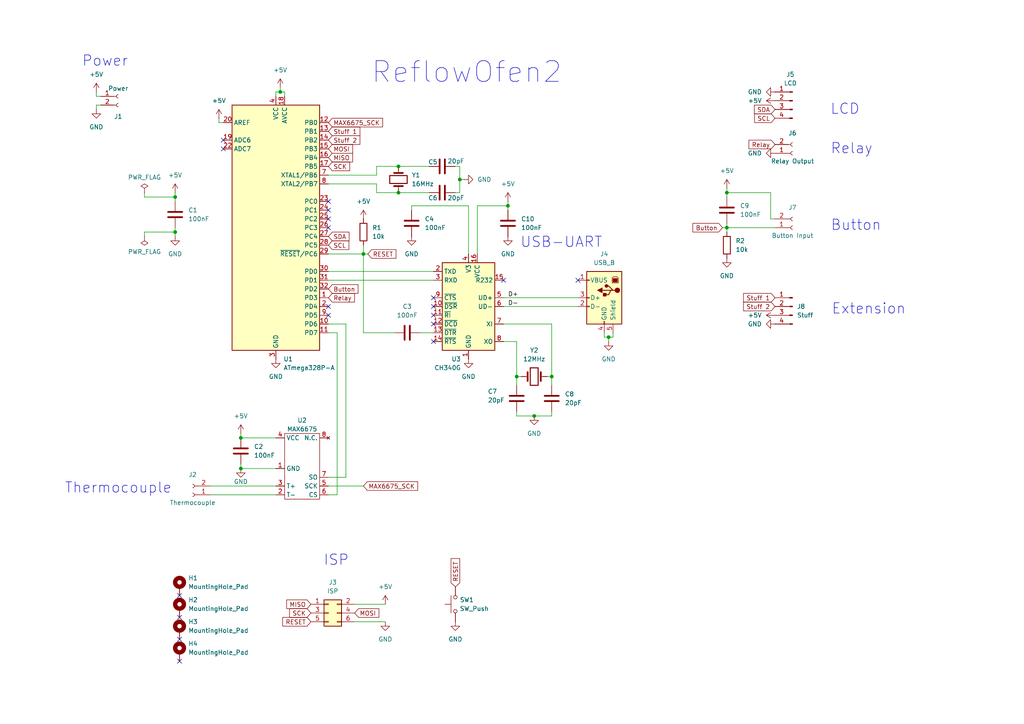
<source format=kicad_sch>
(kicad_sch (version 20231120) (generator "eeschema") (generator_version "8.0")
  (paper "A4")
  (title_block (title "ReflowOfen2") (date "2024-06-28") (rev "v1.0"))
  (lib_symbols
    (symbol "Connector:Conn_01x02_Socket" (pin_names (offset 1.016) hide)
      (property "Reference" "J" (at 0 2.54 0))
      (property "Value" "Conn_01x02_Socket" (at 0 -5.08 0))
      (symbol "Conn_01x02_Socket_1_1"
        (arc (start 0 -2.032) (mid -0.5058 -2.54) (end 0 -3.048) (stroke (width 0.1524)))
        (polyline (pts (xy -1.27 -2.54) (xy -0.508 -2.54)) (stroke (width 0.1524)))
        (polyline (pts (xy -1.27 0) (xy -0.508 0)) (stroke (width 0.1524)))
        (arc (start 0 0.508) (mid -0.5058 0) (end 0 -0.508) (stroke (width 0.1524)))
        (pin passive line (at -5.08 0 0) (length 3.81) (name "Pin_1") (number "1"))
        (pin passive line (at -5.08 -2.54 0) (length 3.81) (name "Pin_2") (number "2"))
      )
    )
    (symbol "Connector:Conn_01x04_Pin" (pin_names (offset 1.016) hide)
      (property "Reference" "J" (at 0 5.08 0))
      (property "Value" "Conn_01x04_Pin" (at 0 -7.62 0))
      (symbol "Conn_01x04_Pin_1_1"
        (polyline (pts (xy 1.27 -5.08) (xy 0.8636 -5.08)) (stroke (width 0.1524)))
        (polyline (pts (xy 1.27 -2.54) (xy 0.8636 -2.54)) (stroke (width 0.1524)))
        (polyline (pts (xy 1.27 0) (xy 0.8636 0)) (stroke (width 0.1524)))
        (polyline (pts (xy 1.27 2.54) (xy 0.8636 2.54)) (stroke (width 0.1524)))
        (rectangle (start 0.8636 -4.953) (end 0 -5.207) (stroke (width 0.1524)) (fill (type outline)))
        (rectangle (start 0.8636 -2.413) (end 0 -2.667) (stroke (width 0.1524)) (fill (type outline)))
        (rectangle (start 0.8636 0.127) (end 0 -0.127) (stroke (width 0.1524)) (fill (type outline)))
        (rectangle (start 0.8636 2.667) (end 0 2.413) (stroke (width 0.1524)) (fill (type outline)))
        (pin passive line (at 5.08 2.54 180) (length 3.81) (name "Pin_1") (number "1"))
        (pin passive line (at 5.08 0 180) (length 3.81) (name "Pin_2") (number "2"))
        (pin passive line (at 5.08 -2.54 180) (length 3.81) (name "Pin_3") (number "3"))
        (pin passive line (at 5.08 -5.08 180) (length 3.81) (name "Pin_4") (number "4"))
      )
    )
    (symbol "Connector:USB_B" (pin_names (offset 1.016))
      (property "Reference" "J" (at -5.08 11.43 0))
      (property "Value" "USB_B" (at -5.08 8.89 0))
      (symbol "USB_B_0_1"
        (rectangle (start -5.08 -7.62) (end 5.08 7.62) (stroke (width 0.254)) (fill (type background)))
        (circle (center -3.81 2.159) (radius 0.635) (stroke (width 0.254)) (fill (type outline)))
        (rectangle (start -3.81 5.588) (end -2.54 4.572) (fill (type outline)))
        (circle (center -0.635 3.429) (radius 0.381) (stroke (width 0.254)) (fill (type outline)))
        (rectangle (start -0.127 -7.62) (end 0.127 -6.858))
        (polyline (pts (xy -1.905 2.159) (xy 0.635 2.159)) (stroke (width 0.254)))
        (polyline (pts (xy -3.175 2.159) (xy -2.54 2.159) (xy -1.27 3.429) (xy -0.635 3.429)) (stroke (width 0.254)))
        (polyline (pts (xy -2.54 2.159) (xy -1.905 2.159) (xy -1.27 0.889) (xy 0 0.889)) (stroke (width 0.254)))
        (polyline (pts (xy 0.635 2.794) (xy 0.635 1.524) (xy 1.905 2.159) (xy 0.635 2.794)) (stroke (width 0.254)) (fill (type outline)))
        (polyline (pts (xy -4.064 4.318) (xy -2.286 4.318) (xy -2.286 5.715) (xy -2.667 6.096) (xy -3.683 6.096) (xy -4.064 5.715) (xy -4.064 4.318)))
        (rectangle (start 0.254 1.27) (end -0.508 0.508) (stroke (width 0.254)) (fill (type outline)))
        (rectangle (start 5.08 -2.667) (end 4.318 -2.413))
        (rectangle (start 5.08 -0.127) (end 4.318 0.127))
        (rectangle (start 5.08 4.953) (end 4.318 5.207))
      )
      (symbol "USB_B_1_1"
        (pin power_out line (at 7.62 5.08 180) (length 2.54) (name "VBUS") (number "1"))
        (pin bidirectional line (at 7.62 -2.54 180) (length 2.54) (name "D-") (number "2"))
        (pin bidirectional line (at 7.62 0 180) (length 2.54) (name "D+") (number "3"))
        (pin power_out line (at 0 -10.16 90) (length 2.54) (name "GND") (number "4"))
        (pin passive line (at -2.54 -10.16 90) (length 2.54) (name "Shield") (number "5"))
      )
    )
    (symbol "Connector_Generic:Conn_02x03_Odd_Even" (pin_names (offset 1.016) hide)
      (property "Reference" "J" (at 1.27 5.08 0))
      (property "Value" "Conn_02x03_Odd_Even" (at 1.27 -5.08 0))
      (symbol "Conn_02x03_Odd_Even_1_1"
        (rectangle (start -1.27 -2.413) (end 0 -2.667) (stroke (width 0.1524)))
        (rectangle (start -1.27 0.127) (end 0 -0.127) (stroke (width 0.1524)))
        (rectangle (start -1.27 2.667) (end 0 2.413) (stroke (width 0.1524)))
        (rectangle (start -1.27 3.81) (end 3.81 -3.81) (stroke (width 0.254)) (fill (type background)))
        (rectangle (start 3.81 -2.413) (end 2.54 -2.667) (stroke (width 0.1524)))
        (rectangle (start 3.81 0.127) (end 2.54 -0.127) (stroke (width 0.1524)))
        (rectangle (start 3.81 2.667) (end 2.54 2.413) (stroke (width 0.1524)))
        (pin passive line (at -5.08 2.54 0) (length 3.81) (name "Pin_1") (number "1"))
        (pin passive line (at 7.62 2.54 180) (length 3.81) (name "Pin_2") (number "2"))
        (pin passive line (at -5.08 0 0) (length 3.81) (name "Pin_3") (number "3"))
        (pin passive line (at 7.62 0 180) (length 3.81) (name "Pin_4") (number "4"))
        (pin passive line (at -5.08 -2.54 0) (length 3.81) (name "Pin_5") (number "5"))
        (pin passive line (at 7.62 -2.54 180) (length 3.81) (name "Pin_6") (number "6"))
      )
    )
    (symbol "Device:C" (pin_numbers hide) (pin_names (offset 0.254))
      (property "Reference" "C" (at 0.635 2.54 0))
      (property "Value" "C" (at 0.635 -2.54 0))
      (symbol "C_0_1"
        (polyline (pts (xy -2.032 -0.762) (xy 2.032 -0.762)) (stroke (width 0.508)))
        (polyline (pts (xy -2.032 0.762) (xy 2.032 0.762)) (stroke (width 0.508)))
      )
      (symbol "C_1_1"
        (pin passive line (at 0 3.81 270) (length 2.794) (name "~") (number "1"))
        (pin passive line (at 0 -3.81 90) (length 2.794) (name "~") (number "2"))
      )
    )
    (symbol "Device:Crystal" (pin_numbers hide) (pin_names (offset 1.016) hide)
      (property "Reference" "Y" (at 0 3.81 0))
      (property "Value" "Crystal" (at 0 -3.81 0))
      (symbol "Crystal_0_1"
        (rectangle (start -1.143 2.54) (end 1.143 -2.54) (stroke (width 0.3048)))
        (polyline (pts (xy -2.54 0) (xy -1.905 0)))
        (polyline (pts (xy -1.905 -1.27) (xy -1.905 1.27)) (stroke (width 0.508)))
        (polyline (pts (xy 1.905 -1.27) (xy 1.905 1.27)) (stroke (width 0.508)))
        (polyline (pts (xy 2.54 0) (xy 1.905 0)))
      )
      (symbol "Crystal_1_1"
        (pin passive line (at -3.81 0 0) (length 1.27) (name "1") (number "1"))
        (pin passive line (at 3.81 0 180) (length 1.27) (name "2") (number "2"))
      )
    )
    (symbol "Device:R" (pin_numbers hide) (pin_names (offset 0))
      (property "Reference" "R" (at 2.032 0 90))
      (property "Value" "R" (at 0 0 90))
      (symbol "R_0_1"
        (rectangle (start -1.016 -2.54) (end 1.016 2.54) (stroke (width 0.254)))
      )
      (symbol "R_1_1"
        (pin passive line (at 0 3.81 270) (length 1.27) (name "~") (number "1"))
        (pin passive line (at 0 -3.81 90) (length 1.27) (name "~") (number "2"))
      )
    )
    (symbol "Interface_USB:CH340G"
      (property "Reference" "U" (at -5.08 13.97 0))
      (property "Value" "CH340G" (at 1.27 13.97 0))
      (symbol "CH340G_0_1"
        (rectangle (start -7.62 12.7) (end 7.62 -12.7) (stroke (width 0.254)) (fill (type background)))
      )
      (symbol "CH340G_1_1"
        (pin power_in line (at 0 -15.24 90) (length 2.54) (name "GND") (number "1"))
        (pin input line (at 10.16 0 180) (length 2.54) (name "~{DSR}") (number "10"))
        (pin input line (at 10.16 -2.54 180) (length 2.54) (name "~{RI}") (number "11"))
        (pin input line (at 10.16 -5.08 180) (length 2.54) (name "~{DCD}") (number "12"))
        (pin output line (at 10.16 -7.62 180) (length 2.54) (name "~{DTR}") (number "13"))
        (pin output line (at 10.16 -10.16 180) (length 2.54) (name "~{RTS}") (number "14"))
        (pin input line (at -10.16 7.62 0) (length 2.54) (name "R232") (number "15"))
        (pin power_in line (at -2.54 15.24 270) (length 2.54) (name "VCC") (number "16"))
        (pin output line (at 10.16 10.16 180) (length 2.54) (name "TXD") (number "2"))
        (pin input line (at 10.16 7.62 180) (length 2.54) (name "RXD") (number "3"))
        (pin power_out line (at 0 15.24 270) (length 2.54) (name "V3") (number "4"))
        (pin bidirectional line (at -10.16 2.54 0) (length 2.54) (name "UD+") (number "5"))
        (pin bidirectional line (at -10.16 0 0) (length 2.54) (name "UD-") (number "6"))
        (pin input line (at -10.16 -5.08 0) (length 2.54) (name "XI") (number "7"))
        (pin output line (at -10.16 -10.16 0) (length 2.54) (name "XO") (number "8"))
        (pin input line (at 10.16 2.54 180) (length 2.54) (name "~{CTS}") (number "9"))
      )
    )
    (symbol "MAX6675:MAX6675"
      (property "Reference" "U" (at 0 13.462 0))
      (property "Value" "MAX6675" (at 0 11.43 0))
      (symbol "MAX6675_0_1"
        (rectangle (start -5.08 10.16) (end 5.08 -8.89))
      )
      (symbol "MAX6675_1_1"
        (pin power_in line (at -7.62 0 0) (length 2.54) (name "GND") (number "1"))
        (pin unspecified line (at -7.62 -7.62 0) (length 2.54) (name "T-") (number "2"))
        (pin unspecified line (at -7.62 -5.08 0) (length 2.54) (name "T+") (number "3"))
        (pin power_in line (at -7.62 8.89 0) (length 2.54) (name "VCC") (number "4"))
        (pin input line (at 7.62 -5.08 180) (length 2.54) (name "SCK") (number "5"))
        (pin input line (at 7.62 -7.62 180) (length 2.54) (name "CS") (number "6"))
        (pin output line (at 7.62 -2.54 180) (length 2.54) (name "SO") (number "7"))
        (pin no_connect line (at 7.62 8.89 180) (length 2.54) (name "N.C.") (number "8"))
      )
    )
    (symbol "MCU_Microchip_ATmega:ATmega328P-A"
      (property "Reference" "U" (at -12.7 36.83 0))
      (property "Value" "ATmega328P-A" (at 2.54 -36.83 0))
      (symbol "ATmega328P-A_0_1"
        (rectangle (start -12.7 -35.56) (end 12.7 35.56) (stroke (width 0.254)) (fill (type background)))
      )
      (symbol "ATmega328P-A_1_1"
        (pin bidirectional line (at 15.24 -20.32 180) (length 2.54) (name "PD3") (number "1"))
        (pin bidirectional line (at 15.24 -27.94 180) (length 2.54) (name "PD6") (number "10"))
        (pin bidirectional line (at 15.24 -30.48 180) (length 2.54) (name "PD7") (number "11"))
        (pin bidirectional line (at 15.24 30.48 180) (length 2.54) (name "PB0") (number "12"))
        (pin bidirectional line (at 15.24 27.94 180) (length 2.54) (name "PB1") (number "13"))
        (pin bidirectional line (at 15.24 25.4 180) (length 2.54) (name "PB2") (number "14"))
        (pin bidirectional line (at 15.24 22.86 180) (length 2.54) (name "PB3") (number "15"))
        (pin bidirectional line (at 15.24 20.32 180) (length 2.54) (name "PB4") (number "16"))
        (pin bidirectional line (at 15.24 17.78 180) (length 2.54) (name "PB5") (number "17"))
        (pin power_in line (at 2.54 38.1 270) (length 2.54) (name "AVCC") (number "18"))
        (pin input line (at -15.24 25.4 0) (length 2.54) (name "ADC6") (number "19"))
        (pin bidirectional line (at 15.24 -22.86 180) (length 2.54) (name "PD4") (number "2"))
        (pin passive line (at -15.24 30.48 0) (length 2.54) (name "AREF") (number "20"))
        (pin passive line (at 0 -38.1 90) (length 2.54) hide (name "GND") (number "21"))
        (pin input line (at -15.24 22.86 0) (length 2.54) (name "ADC7") (number "22"))
        (pin bidirectional line (at 15.24 7.62 180) (length 2.54) (name "PC0") (number "23"))
        (pin bidirectional line (at 15.24 5.08 180) (length 2.54) (name "PC1") (number "24"))
        (pin bidirectional line (at 15.24 2.54 180) (length 2.54) (name "PC2") (number "25"))
        (pin bidirectional line (at 15.24 0 180) (length 2.54) (name "PC3") (number "26"))
        (pin bidirectional line (at 15.24 -2.54 180) (length 2.54) (name "PC4") (number "27"))
        (pin bidirectional line (at 15.24 -5.08 180) (length 2.54) (name "PC5") (number "28"))
        (pin bidirectional line (at 15.24 -7.62 180) (length 2.54) (name "~{RESET}/PC6") (number "29"))
        (pin power_in line (at 0 -38.1 90) (length 2.54) (name "GND") (number "3"))
        (pin bidirectional line (at 15.24 -12.7 180) (length 2.54) (name "PD0") (number "30"))
        (pin bidirectional line (at 15.24 -15.24 180) (length 2.54) (name "PD1") (number "31"))
        (pin bidirectional line (at 15.24 -17.78 180) (length 2.54) (name "PD2") (number "32"))
        (pin power_in line (at 0 38.1 270) (length 2.54) (name "VCC") (number "4"))
        (pin passive line (at 0 -38.1 90) (length 2.54) hide (name "GND") (number "5"))
        (pin passive line (at 0 38.1 270) (length 2.54) hide (name "VCC") (number "6"))
        (pin bidirectional line (at 15.24 15.24 180) (length 2.54) (name "XTAL1/PB6") (number "7"))
        (pin bidirectional line (at 15.24 12.7 180) (length 2.54) (name "XTAL2/PB7") (number "8"))
        (pin bidirectional line (at 15.24 -25.4 180) (length 2.54) (name "PD5") (number "9"))
      )
    )
    (symbol "Mechanical:MountingHole_Pad" (pin_numbers hide) (pin_names (offset 1.016) hide) (exclude_from_sim yes) (in_bom no)
      (property "Reference" "H" (at 0 6.35 0))
      (property "Value" "MountingHole_Pad" (at 0 4.445 0))
      (symbol "MountingHole_Pad_0_1"
        (circle (center 0 1.27) (radius 1.27) (stroke (width 1.27)))
      )
      (symbol "MountingHole_Pad_1_1"
        (pin input line (at 0 -2.54 90) (length 2.54) (name "1") (number "1"))
      )
    )
    (symbol "Switch:SW_Push" (pin_numbers hide) (pin_names (offset 1.016) hide)
      (property "Reference" "SW" (at 1.27 2.54 0))
      (property "Value" "SW_Push" (at 0 -1.524 0))
      (symbol "SW_Push_0_1"
        (circle (center -2.032 0) (radius 0.508))
        (polyline (pts (xy 0 1.27) (xy 0 3.048)))
        (polyline (pts (xy 2.54 1.27) (xy -2.54 1.27)))
        (circle (center 2.032 0) (radius 0.508))
        (pin passive line (at -5.08 0 0) (length 2.54) (name "1") (number "1"))
        (pin passive line (at 5.08 0 180) (length 2.54) (name "2") (number "2"))
      )
    )
    (symbol "power:+5V" (power) (pin_numbers hide) (pin_names (offset 0) hide)
      (property "Value" "+5V" (at 0 3.556 0))
      (symbol "+5V_0_1"
        (polyline (pts (xy -0.762 1.27) (xy 0 2.54)))
        (polyline (pts (xy 0 0) (xy 0 2.54)))
        (polyline (pts (xy 0 2.54) (xy 0.762 1.27)))
      )
      (symbol "+5V_1_1"
        (pin power_in line (at 0 0 90) (length 0) (name "~") (number "1"))
      )
    )
    (symbol "power:GND" (power) (pin_numbers hide) (pin_names (offset 0) hide)
      (property "Value" "GND" (at 0 -3.81 0))
      (symbol "GND_0_1"
        (polyline (pts (xy 0 0) (xy 0 -1.27) (xy 1.27 -1.27) (xy 0 -2.54) (xy -1.27 -1.27) (xy 0 -1.27)))
      )
      (symbol "GND_1_1"
        (pin power_in line (at 0 0 270) (length 0) (name "~") (number "1"))
      )
    )
    (symbol "power:PWR_FLAG" (power) (pin_numbers hide) (pin_names (offset 0) hide)
      (property "Value" "PWR_FLAG" (at 0 3.81 0))
      (symbol "PWR_FLAG_0_0"
        (pin power_out line (at 0 0 90) (length 0) (name "~") (number "1"))
      )
      (symbol "PWR_FLAG_0_1"
        (polyline (pts (xy 0 0) (xy 0 1.27) (xy -1.016 1.905) (xy 0 2.54) (xy 1.016 1.905) (xy 0 1.27)))
      )
    )
  )
  (junction (at 115.57 55.88))
  (junction (at 69.85 135.89))
  (junction (at 81.28 26.67))
  (junction (at 115.57 48.26))
  (junction (at 210.82 66.04))
  (junction (at 133.35 52.07))
  (junction (at 105.41 73.66))
  (junction (at 69.85 127))
  (junction (at 50.8 57.15))
  (junction (at 154.94 120.65))
  (junction (at 149.86 109.22))
  (junction (at 147.32 59.69))
  (junction (at 210.82 55.88))
  (junction (at 50.8 67.31))
  (junction (at 160.02 109.22))
  (junction (at 176.53 97.79))
  (no_connect (at 52.07 191.77))
  (no_connect (at 95.25 60.96))
  (no_connect (at 125.73 86.36))
  (no_connect (at 95.25 91.44))
  (no_connect (at 125.73 91.44))
  (no_connect (at 95.25 88.9))
  (no_connect (at 95.25 58.42))
  (no_connect (at 52.07 172.72))
  (no_connect (at 52.07 185.42))
  (no_connect (at 95.25 66.04))
  (no_connect (at 95.25 63.5))
  (no_connect (at 146.05 81.28))
  (no_connect (at 64.77 43.18))
  (no_connect (at 125.73 88.9))
  (no_connect (at 125.73 93.98))
  (no_connect (at 167.64 81.28))
  (no_connect (at 125.73 99.06))
  (no_connect (at 52.07 179.07))
  (no_connect (at 64.77 40.64))
  (wire (pts (xy 27.94 30.48) (xy 27.94 31.75)))
  (wire (pts (xy 176.53 97.79) (xy 176.53 99.06)))
  (wire (pts (xy 105.41 73.66) (xy 105.41 96.52)))
  (wire (pts (xy 210.82 66.04) (xy 210.82 67.31)))
  (wire (pts (xy 147.32 58.42) (xy 147.32 59.69)))
  (wire (pts (xy 223.52 55.88) (xy 223.52 63.5)))
  (wire (pts (xy 147.32 59.69) (xy 147.32 60.96)))
  (wire (pts (xy 105.41 73.66) (xy 106.68 73.66)))
  (wire (pts (xy 41.91 55.88) (xy 41.91 57.15)))
  (wire (pts (xy 146.05 93.98) (xy 160.02 93.98)))
  (wire (pts (xy 176.53 97.79) (xy 177.8 97.79)))
  (wire (pts (xy 146.05 86.36) (xy 167.64 86.36)))
  (wire (pts (xy 210.82 55.88) (xy 223.52 55.88)))
  (wire (pts (xy 223.52 63.5) (xy 224.79 63.5)))
  (wire (pts (xy 160.02 93.98) (xy 160.02 109.22)))
  (wire (pts (xy 160.02 119.38) (xy 160.02 120.65)))
  (wire (pts (xy 209.55 66.04) (xy 210.82 66.04)))
  (wire (pts (xy 100.33 138.43) (xy 100.33 93.98)))
  (wire (pts (xy 50.8 55.88) (xy 50.8 57.15)))
  (wire (pts (xy 81.28 25.4) (xy 81.28 26.67)))
  (wire (pts (xy 95.25 96.52) (xy 97.79 96.52)))
  (wire (pts (xy 109.22 50.8) (xy 109.22 48.26)))
  (wire (pts (xy 210.82 54.61) (xy 210.82 55.88)))
  (wire (pts (xy 119.38 59.69) (xy 119.38 60.96)))
  (wire (pts (xy 69.85 127) (xy 80.01 127)))
  (wire (pts (xy 95.25 138.43) (xy 100.33 138.43)))
  (wire (pts (xy 135.89 59.69) (xy 119.38 59.69)))
  (wire (pts (xy 41.91 68.58) (xy 41.91 67.31)))
  (wire (pts (xy 177.8 96.52) (xy 177.8 97.79)))
  (wire (pts (xy 69.85 135.89) (xy 80.01 135.89)))
  (wire (pts (xy 64.77 35.56) (xy 63.5 35.56)))
  (wire (pts (xy 109.22 55.88) (xy 115.57 55.88)))
  (wire (pts (xy 80.01 26.67) (xy 81.28 26.67)))
  (wire (pts (xy 224.79 66.04) (xy 210.82 66.04)))
  (wire (pts (xy 50.8 67.31) (xy 50.8 68.58)))
  (wire (pts (xy 133.35 52.07) (xy 134.62 52.07)))
  (wire (pts (xy 210.82 55.88) (xy 210.82 57.15)))
  (wire (pts (xy 95.25 78.74) (xy 125.73 78.74)))
  (wire (pts (xy 149.86 119.38) (xy 149.86 120.65)))
  (wire (pts (xy 29.21 30.48) (xy 27.94 30.48)))
  (wire (pts (xy 149.86 120.65) (xy 154.94 120.65)))
  (wire (pts (xy 111.76 180.34) (xy 102.87 180.34)))
  (wire (pts (xy 105.41 71.12) (xy 105.41 73.66)))
  (wire (pts (xy 50.8 57.15) (xy 50.8 58.42)))
  (wire (pts (xy 146.05 99.06) (xy 149.86 99.06)))
  (wire (pts (xy 95.25 143.51) (xy 97.79 143.51)))
  (wire (pts (xy 160.02 109.22) (xy 158.75 109.22)))
  (wire (pts (xy 138.43 59.69) (xy 138.43 73.66)))
  (wire (pts (xy 41.91 57.15) (xy 50.8 57.15)))
  (wire (pts (xy 121.92 96.52) (xy 125.73 96.52)))
  (wire (pts (xy 210.82 64.77) (xy 210.82 66.04)))
  (wire (pts (xy 146.05 88.9) (xy 167.64 88.9)))
  (wire (pts (xy 95.25 73.66) (xy 105.41 73.66)))
  (wire (pts (xy 60.96 140.97) (xy 80.01 140.97)))
  (wire (pts (xy 132.08 48.26) (xy 133.35 48.26)))
  (wire (pts (xy 149.86 109.22) (xy 151.13 109.22)))
  (wire (pts (xy 95.25 140.97) (xy 105.41 140.97)))
  (wire (pts (xy 115.57 48.26) (xy 124.46 48.26)))
  (wire (pts (xy 82.55 26.67) (xy 82.55 27.94)))
  (wire (pts (xy 27.94 27.94) (xy 27.94 26.67)))
  (wire (pts (xy 29.21 27.94) (xy 27.94 27.94)))
  (wire (pts (xy 133.35 52.07) (xy 133.35 55.88)))
  (wire (pts (xy 154.94 120.65) (xy 160.02 120.65)))
  (wire (pts (xy 69.85 134.62) (xy 69.85 135.89)))
  (wire (pts (xy 95.25 93.98) (xy 100.33 93.98)))
  (wire (pts (xy 81.28 26.67) (xy 82.55 26.67)))
  (wire (pts (xy 109.22 48.26) (xy 115.57 48.26)))
  (wire (pts (xy 132.08 55.88) (xy 133.35 55.88)))
  (wire (pts (xy 60.96 143.51) (xy 80.01 143.51)))
  (wire (pts (xy 135.89 73.66) (xy 135.89 59.69)))
  (wire (pts (xy 160.02 109.22) (xy 160.02 111.76)))
  (wire (pts (xy 115.57 55.88) (xy 124.46 55.88)))
  (wire (pts (xy 95.25 81.28) (xy 125.73 81.28)))
  (wire (pts (xy 69.85 125.73) (xy 69.85 127)))
  (wire (pts (xy 95.25 53.34) (xy 109.22 53.34)))
  (wire (pts (xy 175.26 96.52) (xy 175.26 97.79)))
  (wire (pts (xy 111.76 175.26) (xy 102.87 175.26)))
  (wire (pts (xy 105.41 96.52) (xy 114.3 96.52)))
  (wire (pts (xy 95.25 50.8) (xy 109.22 50.8)))
  (wire (pts (xy 109.22 53.34) (xy 109.22 55.88)))
  (wire (pts (xy 50.8 66.04) (xy 50.8 67.31)))
  (wire (pts (xy 175.26 97.79) (xy 176.53 97.79)))
  (wire (pts (xy 147.32 59.69) (xy 138.43 59.69)))
  (wire (pts (xy 149.86 109.22) (xy 149.86 111.76)))
  (wire (pts (xy 97.79 96.52) (xy 97.79 143.51)))
  (wire (pts (xy 63.5 35.56) (xy 63.5 34.29)))
  (wire (pts (xy 133.35 48.26) (xy 133.35 52.07)))
  (wire (pts (xy 41.91 67.31) (xy 50.8 67.31)))
  (wire (pts (xy 149.86 99.06) (xy 149.86 109.22)))
  (wire (pts (xy 80.01 27.94) (xy 80.01 26.67)))
  (text "Thermocouple" (at 34.29 141.605 0) (effects (font (size 3 3))))
  (text "ISP" (at 97.536 162.56 0) (effects (font (size 3 3))))
  (text "Relay" (at 247.015 43.18 0) (effects (font (size 3 3))))
  (text "Button" (at 248.285 65.405 0) (effects (font (size 3 3))))
  (text "USB-UART" (at 162.814 70.358 0) (effects (font (size 3 3))))
  (text "Power" (at 30.48 17.78 0) (effects (font (size 3 3))))
  (text "LCD" (at 245.11 31.75 0) (effects (font (size 3 3))))
  (text "Extension" (at 251.968 89.662 0) (effects (font (size 3 3))))
  (text "ReflowOfen2" (at 135.382 21.082 0) (effects (font (size 6 6))))
  (label "D+" (at 147.32 86.36 0))
  (label "D-" (at 147.32 88.9 0))
  (global_label "RESET" (shape input) (at 106.68 73.66 0) (property "Intersheetrefs" "${INTERSHEET_REFS}" (effects (hide yes))))
  (global_label "MAX6675_SCK" (shape input) (at 95.25 35.56 0) (property "Intersheetrefs" "${INTERSHEET_REFS}" (effects (hide yes))))
  (global_label "MISO" (shape input) (at 90.17 175.26 180) (property "Intersheetrefs" "${INTERSHEET_REFS}" (effects (hide yes))))
  (global_label "SCK" (shape input) (at 90.17 177.8 180) (property "Intersheetrefs" "${INTERSHEET_REFS}" (effects (hide yes))))
  (global_label "MAX6675_SCK" (shape input) (at 105.41 140.97 0) (property "Intersheetrefs" "${INTERSHEET_REFS}" (effects (hide yes))))
  (global_label "Stuff 1" (shape input) (at 95.25 38.1 0) (property "Intersheetrefs" "${INTERSHEET_REFS}" (effects (hide yes))))
  (global_label "RESET" (shape input) (at 132.08 170.18 90) (property "Intersheetrefs" "${INTERSHEET_REFS}" (effects (hide yes))))
  (global_label "Relay" (shape input) (at 224.79 41.91 180) (property "Intersheetrefs" "${INTERSHEET_REFS}" (effects (hide yes))))
  (global_label "MOSI" (shape input) (at 102.87 177.8 0) (property "Intersheetrefs" "${INTERSHEET_REFS}" (effects (hide yes))))
  (global_label "Stuff 2" (shape input) (at 224.79 88.9 180) (property "Intersheetrefs" "${INTERSHEET_REFS}" (effects (hide yes))))
  (global_label "SDA" (shape input) (at 224.79 31.75 180) (property "Intersheetrefs" "${INTERSHEET_REFS}" (effects (hide yes))))
  (global_label "RESET" (shape input) (at 90.17 180.34 180) (property "Intersheetrefs" "${INTERSHEET_REFS}" (effects (hide yes))))
  (global_label "Button" (shape input) (at 209.55 66.04 180) (property "Intersheetrefs" "${INTERSHEET_REFS}" (effects (hide yes))))
  (global_label "SDA" (shape input) (at 95.25 68.58 0) (property "Intersheetrefs" "${INTERSHEET_REFS}" (effects (hide yes))))
  (global_label "MOSI" (shape input) (at 95.25 43.18 0) (property "Intersheetrefs" "${INTERSHEET_REFS}" (effects (hide yes))))
  (global_label "SCL" (shape input) (at 224.79 34.29 180) (property "Intersheetrefs" "${INTERSHEET_REFS}" (effects (hide yes))))
  (global_label "Relay" (shape input) (at 95.25 86.36 0) (property "Intersheetrefs" "${INTERSHEET_REFS}" (effects (hide yes))))
  (global_label "SCL" (shape input) (at 95.25 71.12 0) (property "Intersheetrefs" "${INTERSHEET_REFS}" (effects (hide yes))))
  (global_label "Stuff 1" (shape input) (at 224.79 86.36 180) (property "Intersheetrefs" "${INTERSHEET_REFS}" (effects (hide yes))))
  (global_label "MISO" (shape input) (at 95.25 45.72 0) (property "Intersheetrefs" "${INTERSHEET_REFS}" (effects (hide yes))))
  (global_label "SCK" (shape input) (at 95.25 48.26 0) (property "Intersheetrefs" "${INTERSHEET_REFS}" (effects (hide yes))))
  (global_label "Stuff 2" (shape input) (at 95.25 40.64 0) (property "Intersheetrefs" "${INTERSHEET_REFS}" (effects (hide yes))))
  (global_label "Button" (shape input) (at 95.25 83.82 0) (property "Intersheetrefs" "${INTERSHEET_REFS}" (effects (hide yes))))
  (symbol (lib_id "power:GND") (at 69.85 135.89 0) (unit 1)
    (property "Reference" "#PWR07" (effects (hide yes)))
    (property "Value" "GND" (at 69.85 139.7 0))
    (property "Description" "Power symbol creates a global label with name \"GND\" , ground" (effects (hide yes)))
  )
  (symbol (lib_id "power:+5V") (at 69.85 125.73 0) (unit 1)
    (property "Reference" "#PWR06" (effects (hide yes)))
    (property "Value" "+5V" (at 69.85 120.65 0))
    (property "Description" "Power symbol creates a global label with name \"+5V\"" (effects (hide yes)))
  )
  (symbol (lib_id "power:GND") (at 147.32 68.58 0) (unit 1)
    (property "Reference" "#PWR027" (effects (hide yes)))
    (property "Value" "GND" (at 147.32 73.66 0))
    (property "Description" "Power symbol creates a global label with name \"GND\" , ground" (effects (hide yes)))
  )
  (symbol (lib_id "Device:C") (at 128.27 55.88 90) (unit 1)
    (property "Reference" "C6" (at 124.206 57.404 90) (effects (justify right)))
    (property "Value" "20pF" (at 129.794 57.404 90) (effects (justify right)))
    (property "Footprint" "Capacitor_SMD:C_0805_2012Metric" (effects (hide yes)))
    (property "Description" "Unpolarized capacitor" (effects (hide yes)))
  )
  (symbol (lib_id "MCU_Microchip_ATmega:ATmega328P-A") (at 80.01 66.04 0) (unit 1)
    (property "Reference" "U1" (at 82.2041 104.14 0) (effects (justify left)))
    (property "Value" "ATmega328P-A" (at 82.2041 106.68 0) (effects (justify left)))
    (property "Footprint" "Package_QFP:TQFP-32_7x7mm_P0.8mm" (effects (hide yes)))
    (property "Datasheet" "http://ww1.microchip.com/downloads/en/DeviceDoc/ATmega328_P%20AVR%20MCU%20with%20picoPower%20Technology%20Data%20Sheet%2040001984A.pdf" (effects (hide yes)))
    (property "Description" "20MHz, 32kB Flash, 2kB SRAM, 1kB EEPROM, TQFP-32" (effects (hide yes)))
  )
  (symbol (lib_id "power:GND") (at 27.94 31.75 0) (unit 1)
    (property "Reference" "#PWR02" (effects (hide yes)))
    (property "Value" "GND" (at 27.94 36.83 0))
    (property "Description" "Power symbol creates a global label with name \"GND\" , ground" (effects (hide yes)))
  )
  (symbol (lib_id "power:GND") (at 224.79 93.98 270) (unit 1)
    (property "Reference" "#PWR026" (effects (hide yes)))
    (property "Value" "GND" (at 220.98 93.9799 90) (effects (justify right)))
    (property "Description" "Power symbol creates a global label with name \"GND\" , ground" (effects (hide yes)))
  )
  (symbol (lib_id "power:GND") (at 224.79 44.45 270) (unit 1)
    (property "Reference" "#PWR024" (effects (hide yes)))
    (property "Value" "GND" (at 220.98 44.4499 90) (effects (justify right)))
    (property "Description" "Power symbol creates a global label with name \"GND\" , ground" (effects (hide yes)))
  )
  (symbol (lib_id "Device:R") (at 210.82 71.12 0) (unit 1)
    (property "Reference" "R2" (at 213.36 69.8499 0) (effects (justify left)))
    (property "Value" "10k" (at 213.36 72.3899 0) (effects (justify left)))
    (property "Footprint" "Resistor_SMD:R_0805_2012Metric" (effects (hide yes)))
    (property "Description" "Resistor" (effects (hide yes)))
  )
  (symbol (lib_id "Switch:SW_Push") (at 132.08 175.26 90) (unit 1)
    (property "Reference" "SW1" (at 133.35 173.9899 90) (effects (justify right)))
    (property "Value" "SW_Push" (at 133.35 176.5299 90) (effects (justify right)))
    (property "Footprint" "Button_Switch_THT:SW_PUSH_6mm" (effects (hide yes)))
    (property "Description" "Push button switch, generic, two pins" (effects (hide yes)))
  )
  (symbol (lib_id "power:GND") (at 210.82 74.93 0) (unit 1)
    (property "Reference" "#PWR021" (effects (hide yes)))
    (property "Value" "GND" (at 210.82 80.01 0))
    (property "Description" "Power symbol creates a global label with name \"GND\" , ground" (effects (hide yes)))
  )
  (symbol (lib_id "power:+5V") (at 27.94 26.67 0) (unit 1)
    (property "Reference" "#PWR01" (effects (hide yes)))
    (property "Value" "+5V" (at 27.94 21.59 0))
    (property "Description" "Power symbol creates a global label with name \"+5V\"" (effects (hide yes)))
  )
  (symbol (lib_id "power:GND") (at 154.94 120.65 0) (unit 1)
    (property "Reference" "#PWR018" (effects (hide yes)))
    (property "Value" "GND" (at 154.94 125.73 0))
    (property "Description" "Power symbol creates a global label with name \"GND\" , ground" (effects (hide yes)))
  )
  (symbol (lib_id "power:GND") (at 119.38 68.58 0) (unit 1)
    (property "Reference" "#PWR013" (effects (hide yes)))
    (property "Value" "GND" (at 119.38 73.66 0))
    (property "Description" "Power symbol creates a global label with name \"GND\" , ground" (effects (hide yes)))
  )
  (symbol (lib_id "power:GND") (at 135.89 104.14 0) (unit 1)
    (property "Reference" "#PWR016" (effects (hide yes)))
    (property "Value" "GND" (at 135.89 109.22 0))
    (property "Description" "Power symbol creates a global label with name \"GND\" , ground" (effects (hide yes)))
  )
  (symbol (lib_id "Device:C") (at 50.8 62.23 0) (unit 1)
    (property "Reference" "C1" (at 54.61 60.9599 0) (effects (justify left)))
    (property "Value" "100nF" (at 54.61 63.4999 0) (effects (justify left)))
    (property "Footprint" "Capacitor_SMD:C_0805_2012Metric" (effects (hide yes)))
    (property "Description" "Unpolarized capacitor" (effects (hide yes)))
  )
  (symbol (lib_id "power:+5V") (at 111.76 175.26 0) (unit 1)
    (property "Reference" "#PWR011" (effects (hide yes)))
    (property "Value" "+5V" (at 111.76 170.18 0))
    (property "Description" "Power symbol creates a global label with name \"+5V\"" (effects (hide yes)))
  )
  (symbol (lib_id "Connector_Generic:Conn_02x03_Odd_Even") (at 95.25 177.8 0) (unit 1)
    (property "Reference" "J3" (at 96.52 168.91 0))
    (property "Value" "ISP" (at 96.52 171.45 0))
    (property "Footprint" "Connector_PinHeader_2.54mm:PinHeader_2x03_P2.54mm_Vertical" (effects (hide yes)))
    (property "Description" "Generic connector, double row, 02x03, odd/even pin numbering scheme (row 1 odd numbers, row 2 even numbers), script generated (kicad-library-utils/schlib/autogen/connector/)" (effects (hide yes)))
  )
  (symbol (lib_id "power:+5V") (at 81.28 25.4 0) (unit 1)
    (property "Reference" "#PWR09" (effects (hide yes)))
    (property "Value" "+5V" (at 81.28 20.32 0))
    (property "Description" "Power symbol creates a global label with name \"+5V\"" (effects (hide yes)))
  )
  (symbol (lib_id "Connector:Conn_01x04_Pin") (at 229.87 88.9 0) (mirror y) (unit 1)
    (property "Reference" "J8" (at 231.14 88.8999 0) (effects (justify right)))
    (property "Value" "Stuff" (at 231.14 91.4399 0) (effects (justify right)))
    (property "Footprint" "Connector_PinHeader_2.54mm:PinHeader_1x04_P2.54mm_Vertical" (effects (hide yes)))
    (property "Description" "Generic connector, single row, 01x04, script generated" (effects (hide yes)))
  )
  (symbol (lib_id "Device:C") (at 69.85 130.81 0) (unit 1)
    (property "Reference" "C2" (at 73.66 129.5399 0) (effects (justify left)))
    (property "Value" "100nF" (at 73.66 132.0799 0) (effects (justify left)))
    (property "Footprint" "Capacitor_SMD:C_0805_2012Metric" (effects (hide yes)))
    (property "Description" "Unpolarized capacitor" (effects (hide yes)))
  )
  (symbol (lib_id "Mechanical:MountingHole_Pad") (at 52.07 170.18 0) (unit 1) (exclude_from_sim yes) (in_bom no)
    (property "Reference" "H1" (at 54.61 167.6399 0) (effects (justify left)))
    (property "Value" "MountingHole_Pad" (at 54.61 170.1799 0) (effects (justify left)))
    (property "Footprint" "MountingHole:MountingHole_3.2mm_M3_DIN965_Pad" (effects (hide yes)))
    (property "Description" "Mounting Hole with connection" (effects (hide yes)))
  )
  (symbol (lib_id "power:GND") (at 111.76 180.34 0) (unit 1)
    (property "Reference" "#PWR012" (effects (hide yes)))
    (property "Value" "GND" (at 111.76 185.42 0))
    (property "Description" "Power symbol creates a global label with name \"GND\" , ground" (effects (hide yes)))
  )
  (symbol (lib_id "Connector:Conn_01x04_Pin") (at 229.87 29.21 0) (mirror y) (unit 1)
    (property "Reference" "J5" (at 229.235 21.59 0))
    (property "Value" "LCD" (at 229.235 24.13 0))
    (property "Footprint" "Connector_PinHeader_2.54mm:PinHeader_1x04_P2.54mm_Vertical" (effects (hide yes)))
    (property "Description" "Generic connector, single row, 01x04, script generated" (effects (hide yes)))
  )
  (symbol (lib_id "Mechanical:MountingHole_Pad") (at 52.07 182.88 0) (unit 1) (exclude_from_sim yes) (in_bom no)
    (property "Reference" "H3" (at 54.61 180.3399 0) (effects (justify left)))
    (property "Value" "MountingHole_Pad" (at 54.61 182.8799 0) (effects (justify left)))
    (property "Footprint" "MountingHole:MountingHole_3.2mm_M3_DIN965_Pad" (effects (hide yes)))
    (property "Description" "Mounting Hole with connection" (effects (hide yes)))
  )
  (symbol (lib_id "Connector:USB_B") (at 175.26 86.36 0) (mirror y) (unit 1)
    (property "Reference" "J4" (at 175.26 73.66 0))
    (property "Value" "USB_B" (at 175.26 76.2 0))
    (property "Footprint" "Connector_USB:USB_B_Lumberg_2411_02_Horizontal" (effects (hide yes)))
    (property "Datasheet" " ~" (effects (hide yes)))
    (property "Description" "USB Type B connector" (effects (hide yes)))
  )
  (symbol (lib_id "Device:Crystal") (at 115.57 52.07 90) (unit 1)
    (property "Reference" "Y1" (at 119.38 50.7999 90) (effects (justify right)))
    (property "Value" "16MHz" (at 119.38 53.3399 90) (effects (justify right)))
    (property "Footprint" "Crystal:Crystal_HC51-U_Vertical" (effects (hide yes)))
    (property "Description" "Two pin crystal" (effects (hide yes)))
  )
  (symbol (lib_id "power:+5V") (at 224.79 29.21 90) (unit 1)
    (property "Reference" "#PWR023" (effects (hide yes)))
    (property "Value" "+5V" (at 220.98 29.2099 90) (effects (justify left)))
    (property "Description" "Power symbol creates a global label with name \"+5V\"" (effects (hide yes)))
  )
  (symbol (lib_id "Connector:Conn_01x02_Socket") (at 34.29 27.94 0) (unit 1)
    (property "Reference" "J1" (at 34.29 33.782 0))
    (property "Value" "Power" (at 34.29 25.654 0))
    (property "Footprint" "TerminalBlock:TerminalBlock_bornier-2_P5.08mm" (effects (hide yes)))
    (property "Description" "Generic connector, single row, 01x02, script generated" (effects (hide yes)))
  )
  (symbol (lib_id "Device:C") (at 210.82 60.96 0) (unit 1)
    (property "Reference" "C9" (at 214.63 59.6899 0) (effects (justify left)))
    (property "Value" "100nF" (at 214.63 62.2299 0) (effects (justify left)))
    (property "Footprint" "Capacitor_SMD:C_0805_2012Metric" (effects (hide yes)))
    (property "Description" "Unpolarized capacitor" (effects (hide yes)))
  )
  (symbol (lib_id "power:GND") (at 50.8 68.58 0) (unit 1)
    (property "Reference" "#PWR04" (effects (hide yes)))
    (property "Value" "GND" (at 50.8 73.66 0))
    (property "Description" "Power symbol creates a global label with name \"GND\" , ground" (effects (hide yes)))
  )
  (symbol (lib_id "power:+5V") (at 224.79 91.44 90) (unit 1)
    (property "Reference" "#PWR025" (effects (hide yes)))
    (property "Value" "+5V" (at 220.98 91.4399 90) (effects (justify left)))
    (property "Description" "Power symbol creates a global label with name \"+5V\"" (effects (hide yes)))
  )
  (symbol (lib_id "Device:C") (at 118.11 96.52 90) (unit 1)
    (property "Reference" "C3" (at 118.11 88.9 90))
    (property "Value" "100nF" (at 118.11 91.44 90))
    (property "Footprint" "Capacitor_SMD:C_0805_2012Metric" (effects (hide yes)))
    (property "Description" "Unpolarized capacitor" (effects (hide yes)))
  )
  (symbol (lib_id "power:GND") (at 176.53 99.06 0) (unit 1)
    (property "Reference" "#PWR019" (effects (hide yes)))
    (property "Value" "GND" (at 176.53 104.14 0))
    (property "Description" "Power symbol creates a global label with name \"GND\" , ground" (effects (hide yes)))
  )
  (symbol (lib_id "Mechanical:MountingHole_Pad") (at 52.07 189.23 0) (unit 1) (exclude_from_sim yes) (in_bom no)
    (property "Reference" "H4" (at 54.61 186.6899 0) (effects (justify left)))
    (property "Value" "MountingHole_Pad" (at 54.61 189.2299 0) (effects (justify left)))
    (property "Footprint" "MountingHole:MountingHole_3.2mm_M3_DIN965_Pad" (effects (hide yes)))
    (property "Description" "Mounting Hole with connection" (effects (hide yes)))
  )
  (symbol (lib_id "power:PWR_FLAG") (at 41.91 55.88 0) (unit 1)
    (property "Reference" "#FLG01" (effects (hide yes)))
    (property "Value" "PWR_FLAG" (at 41.91 51.435 0))
    (property "Description" "Special symbol for telling ERC where power comes from" (effects (hide yes)))
  )
  (symbol (lib_id "power:+5V") (at 50.8 55.88 0) (unit 1)
    (property "Reference" "#PWR03" (effects (hide yes)))
    (property "Value" "+5V" (at 50.8 50.8 0))
    (property "Description" "Power symbol creates a global label with name \"+5V\"" (effects (hide yes)))
  )
  (symbol (lib_id "power:GND") (at 134.62 52.07 90) (unit 1)
    (property "Reference" "#PWR015" (effects (hide yes)))
    (property "Value" "GND" (at 138.43 52.0699 90) (effects (justify right)))
    (property "Description" "Power symbol creates a global label with name \"GND\" , ground" (effects (hide yes)))
  )
  (symbol (lib_id "power:+5V") (at 63.5 34.29 0) (unit 1)
    (property "Reference" "#PWR05" (effects (hide yes)))
    (property "Value" "+5V" (at 63.5 29.21 0))
    (property "Description" "Power symbol creates a global label with name \"+5V\"" (effects (hide yes)))
  )
  (symbol (lib_id "power:+5V") (at 147.32 58.42 0) (unit 1)
    (property "Reference" "#PWR017" (effects (hide yes)))
    (property "Value" "+5V" (at 147.32 53.34 0))
    (property "Description" "Power symbol creates a global label with name \"+5V\"" (effects (hide yes)))
  )
  (symbol (lib_id "power:PWR_FLAG") (at 41.91 68.58 180) (unit 1)
    (property "Reference" "#FLG02" (effects (hide yes)))
    (property "Value" "PWR_FLAG" (at 41.91 73.025 0))
    (property "Description" "Special symbol for telling ERC where power comes from" (effects (hide yes)))
  )
  (symbol (lib_id "Device:C") (at 128.27 48.26 90) (unit 1)
    (property "Reference" "C5" (at 124.206 46.99 90) (effects (justify right)))
    (property "Value" "20pF" (at 129.794 46.736 90) (effects (justify right)))
    (property "Footprint" "Capacitor_SMD:C_0805_2012Metric" (effects (hide yes)))
    (property "Description" "Unpolarized capacitor" (effects (hide yes)))
  )
  (symbol (lib_id "Connector:Conn_01x02_Socket") (at 55.88 143.51 180) (unit 1)
    (property "Reference" "J2" (at 55.88 137.668 0))
    (property "Value" "Thermocouple" (at 55.88 145.796 0))
    (property "Footprint" "TerminalBlock:TerminalBlock_bornier-2_P5.08mm" (effects (hide yes)))
    (property "Description" "Generic connector, single row, 01x02, script generated" (effects (hide yes)))
  )
  (symbol (lib_id "Device:C") (at 149.86 115.57 180) (unit 1)
    (property "Reference" "C7" (at 141.478 113.538 0) (effects (justify right)))
    (property "Value" "20pF" (at 141.478 116.078 0) (effects (justify right)))
    (property "Footprint" "Capacitor_SMD:C_0805_2012Metric" (effects (hide yes)))
    (property "Description" "Unpolarized capacitor" (effects (hide yes)))
  )
  (symbol (lib_id "Connector:Conn_01x02_Socket") (at 229.87 44.45 0) (mirror x) (unit 1)
    (property "Reference" "J6" (at 229.87 38.608 0))
    (property "Value" "Relay Output" (at 229.87 46.736 0))
    (property "Footprint" "TerminalBlock:TerminalBlock_bornier-2_P5.08mm" (effects (hide yes)))
    (property "Description" "Generic connector, single row, 01x02, script generated" (effects (hide yes)))
  )
  (symbol (lib_id "MAX6675:MAX6675") (at 87.63 135.89 0) (unit 1)
    (property "Reference" "U2" (at 87.63 121.92 0))
    (property "Value" "MAX6675" (at 87.63 124.46 0))
    (property "Footprint" "Package_SO:SOIC-8_3.9x4.9mm_P1.27mm" (effects (hide yes)))
  )
  (symbol (lib_id "Mechanical:MountingHole_Pad") (at 52.07 176.53 0) (unit 1) (exclude_from_sim yes) (in_bom no)
    (property "Reference" "H2" (at 54.61 173.9899 0) (effects (justify left)))
    (property "Value" "MountingHole_Pad" (at 54.61 176.5299 0) (effects (justify left)))
    (property "Footprint" "MountingHole:MountingHole_3.2mm_M3_DIN965_Pad" (effects (hide yes)))
    (property "Description" "Mounting Hole with connection" (effects (hide yes)))
  )
  (symbol (lib_id "power:+5V") (at 210.82 54.61 0) (unit 1)
    (property "Reference" "#PWR020" (effects (hide yes)))
    (property "Value" "+5V" (at 210.82 49.53 0))
    (property "Description" "Power symbol creates a global label with name \"+5V\"" (effects (hide yes)))
  )
  (symbol (lib_id "Connector:Conn_01x02_Socket") (at 229.87 66.04 0) (mirror x) (unit 1)
    (property "Reference" "J7" (at 229.87 60.198 0))
    (property "Value" "Button Input" (at 229.87 68.326 0))
    (property "Footprint" "TerminalBlock:TerminalBlock_bornier-2_P5.08mm" (effects (hide yes)))
    (property "Description" "Generic connector, single row, 01x02, script generated" (effects (hide yes)))
  )
  (symbol (lib_id "power:GND") (at 132.08 180.34 0) (unit 1)
    (property "Reference" "#PWR014" (effects (hide yes)))
    (property "Value" "GND" (at 132.08 185.42 0))
    (property "Description" "Power symbol creates a global label with name \"GND\" , ground" (effects (hide yes)))
  )
  (symbol (lib_id "power:GND") (at 80.01 104.14 0) (unit 1)
    (property "Reference" "#PWR08" (effects (hide yes)))
    (property "Value" "GND" (at 80.01 109.22 0))
    (property "Description" "Power symbol creates a global label with name \"GND\" , ground" (effects (hide yes)))
  )
  (symbol (lib_id "Device:C") (at 160.02 115.57 180) (unit 1)
    (property "Reference" "C8" (at 163.83 114.2999 0) (effects (justify right)))
    (property "Value" "20pF" (at 163.83 116.8399 0) (effects (justify right)))
    (property "Footprint" "Capacitor_SMD:C_0805_2012Metric" (effects (hide yes)))
    (property "Description" "Unpolarized capacitor" (effects (hide yes)))
  )
  (symbol (lib_id "Device:C") (at 147.32 64.77 0) (unit 1)
    (property "Reference" "C10" (at 151.13 63.4999 0) (effects (justify left)))
    (property "Value" "100nF" (at 151.13 66.0399 0) (effects (justify left)))
    (property "Footprint" "Capacitor_SMD:C_0805_2012Metric" (effects (hide yes)))
    (property "Description" "Unpolarized capacitor" (effects (hide yes)))
  )
  (symbol (lib_id "Device:C") (at 119.38 64.77 0) (unit 1)
    (property "Reference" "C4" (at 123.19 63.4999 0) (effects (justify left)))
    (property "Value" "100nF" (at 123.19 66.0399 0) (effects (justify left)))
    (property "Footprint" "Capacitor_SMD:C_0805_2012Metric" (effects (hide yes)))
    (property "Description" "Unpolarized capacitor" (effects (hide yes)))
  )
  (symbol (lib_id "Interface_USB:CH340G") (at 135.89 88.9 0) (mirror y) (unit 1)
    (property "Reference" "U3" (at 133.6959 104.14 0) (effects (justify left)))
    (property "Value" "CH340G" (at 133.6959 106.68 0) (effects (justify left)))
    (property "Footprint" "Package_SO:SOIC-16_3.9x9.9mm_P1.27mm" (effects (hide yes)))
    (property "Datasheet" "http://www.datasheet5.com/pdf-local-2195953" (effects (hide yes)))
    (property "Description" "USB serial converter, UART, SOIC-16" (effects (hide yes)))
  )
  (symbol (lib_id "power:GND") (at 224.79 26.67 270) (unit 1)
    (property "Reference" "#PWR022" (effects (hide yes)))
    (property "Value" "GND" (at 220.98 26.6699 90) (effects (justify right)))
    (property "Description" "Power symbol creates a global label with name \"GND\" , ground" (effects (hide yes)))
  )
  (symbol (lib_id "Device:Crystal") (at 154.94 109.22 180) (unit 1)
    (property "Reference" "Y2" (at 154.94 101.6 0))
    (property "Value" "12MHz" (at 154.94 104.14 0))
    (property "Footprint" "Crystal:Crystal_HC51-U_Vertical" (effects (hide yes)))
    (property "Description" "Two pin crystal" (effects (hide yes)))
  )
  (symbol (lib_id "power:+5V") (at 105.41 63.5 0) (unit 1)
    (property "Reference" "#PWR010" (effects (hide yes)))
    (property "Value" "+5V" (at 105.41 58.42 0))
    (property "Description" "Power symbol creates a global label with name \"+5V\"" (effects (hide yes)))
  )
  (symbol (lib_id "Device:R") (at 105.41 67.31 0) (unit 1)
    (property "Reference" "R1" (at 107.95 66.0399 0) (effects (justify left)))
    (property "Value" "10k" (at 107.95 68.5799 0) (effects (justify left)))
    (property "Footprint" "Resistor_SMD:R_0805_2012Metric" (effects (hide yes)))
    (property "Description" "Resistor" (effects (hide yes)))
  )
)
</source>
